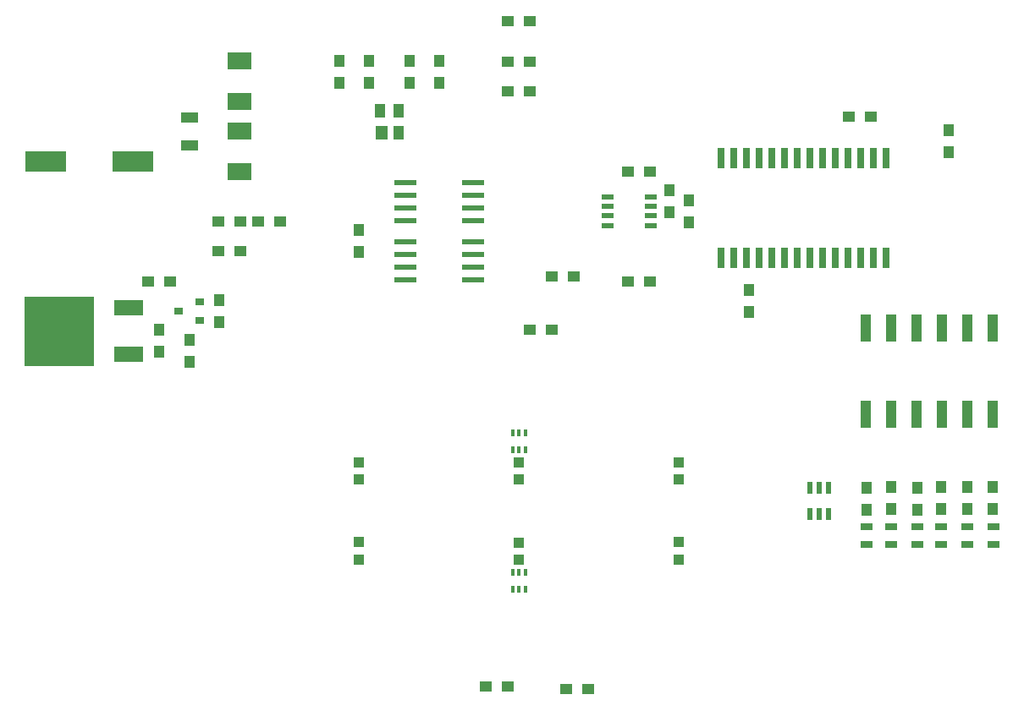
<source format=gtp>
G75*
%MOIN*%
%OFA0B0*%
%FSLAX24Y24*%
%IPPOS*%
%LPD*%
%AMOC8*
5,1,8,0,0,1.08239X$1,22.5*
%
%ADD10R,0.0709X0.0394*%
%ADD11R,0.0394X0.0472*%
%ADD12R,0.0472X0.0394*%
%ADD13R,0.0945X0.0709*%
%ADD14R,0.1614X0.0787*%
%ADD15R,0.0394X0.0567*%
%ADD16R,0.0472X0.0567*%
%ADD17R,0.0354X0.0315*%
%ADD18R,0.0472X0.0197*%
%ADD19R,0.0260X0.0800*%
%ADD20R,0.0440X0.1100*%
%ADD21R,0.0472X0.0315*%
%ADD22R,0.0217X0.0472*%
%ADD23R,0.0157X0.0276*%
%ADD24R,0.0394X0.0433*%
%ADD25R,0.0870X0.0240*%
%ADD26R,0.2756X0.2756*%
%ADD27R,0.1181X0.0630*%
D10*
X009609Y025199D03*
X009609Y026302D03*
D11*
X015514Y027680D03*
X015514Y028546D03*
X016695Y028546D03*
X016695Y027680D03*
X018270Y027680D03*
X018270Y028546D03*
X019451Y028546D03*
X019451Y027680D03*
X016302Y021853D03*
X016302Y020987D03*
X010790Y019097D03*
X010790Y018231D03*
X009609Y017522D03*
X009609Y016656D03*
X008428Y017050D03*
X008428Y017916D03*
X028506Y022562D03*
X029294Y022168D03*
X029294Y023034D03*
X028506Y023428D03*
X031656Y019491D03*
X031656Y018625D03*
X039530Y024924D03*
X039530Y025790D03*
X039215Y011735D03*
X039215Y010869D03*
X038270Y010829D03*
X038270Y011695D03*
X037247Y011735D03*
X037247Y010869D03*
X036302Y010829D03*
X036302Y011695D03*
X040239Y011735D03*
X040239Y010869D03*
X041262Y010869D03*
X041262Y011735D03*
D12*
X027758Y019845D03*
X026892Y019845D03*
X024766Y020022D03*
X023900Y020022D03*
X023870Y017928D03*
X023004Y017928D03*
X026892Y024176D03*
X027758Y024176D03*
X023034Y027325D03*
X022168Y027325D03*
X022168Y028506D03*
X023034Y028506D03*
X023034Y030081D03*
X022168Y030081D03*
X013191Y022207D03*
X012325Y022207D03*
X011617Y022207D03*
X010751Y022207D03*
X010751Y021026D03*
X011617Y021026D03*
X008861Y019845D03*
X007995Y019845D03*
X021276Y003876D03*
X022142Y003876D03*
X024451Y003762D03*
X025317Y003762D03*
X035593Y026341D03*
X036459Y026341D03*
D13*
X011577Y025760D03*
X011577Y026922D03*
X011577Y028516D03*
X011577Y024166D03*
D14*
X007384Y024569D03*
X003959Y024569D03*
D15*
X017109Y026577D03*
X017857Y026577D03*
X017857Y025711D03*
D16*
X017188Y025711D03*
D17*
X010003Y019038D03*
X010003Y018290D03*
X009176Y018664D03*
D18*
X026085Y022040D03*
X026085Y022414D03*
X026085Y022788D03*
X026085Y023162D03*
X027778Y023162D03*
X027778Y022788D03*
X027778Y022414D03*
X027778Y022040D03*
D19*
X030544Y020776D03*
X031044Y020776D03*
X031544Y020776D03*
X032044Y020776D03*
X032544Y020776D03*
X033044Y020776D03*
X033544Y020776D03*
X034044Y020776D03*
X034544Y020776D03*
X035044Y020776D03*
X035544Y020776D03*
X036044Y020776D03*
X036544Y020776D03*
X037044Y020776D03*
X037044Y024682D03*
X036544Y024682D03*
X036044Y024682D03*
X035544Y024682D03*
X035044Y024682D03*
X034544Y024682D03*
X034044Y024682D03*
X033544Y024682D03*
X033044Y024682D03*
X032544Y024682D03*
X032044Y024682D03*
X031544Y024682D03*
X031044Y024682D03*
X030544Y024682D03*
D20*
X036243Y017995D03*
X037243Y017995D03*
X038243Y017995D03*
X039243Y017995D03*
X040243Y017995D03*
X041243Y017995D03*
X041243Y014609D03*
X040243Y014609D03*
X039243Y014609D03*
X038243Y014609D03*
X037243Y014609D03*
X036243Y014609D03*
D21*
X036302Y010160D03*
X037247Y010160D03*
X038270Y010160D03*
X039215Y010160D03*
X040239Y010160D03*
X040239Y009451D03*
X039215Y009451D03*
X038270Y009451D03*
X037247Y009451D03*
X036302Y009451D03*
X041302Y009451D03*
X041302Y010160D03*
D22*
X034786Y010672D03*
X034412Y010672D03*
X034038Y010672D03*
X034038Y011695D03*
X034412Y011695D03*
X034786Y011695D03*
D23*
X022857Y013211D03*
X022601Y013211D03*
X022345Y013211D03*
X022345Y013880D03*
X022601Y013880D03*
X022857Y013880D03*
X022857Y008369D03*
X022601Y008369D03*
X022345Y008369D03*
X022345Y007699D03*
X022601Y007699D03*
X022857Y007699D03*
D24*
X016302Y008880D03*
X016302Y009550D03*
X016302Y012030D03*
X016302Y012699D03*
X022601Y012699D03*
X022601Y012030D03*
X022601Y009530D03*
X022601Y008861D03*
X028900Y008880D03*
X028900Y009550D03*
X028900Y012030D03*
X028900Y012699D03*
D25*
X020771Y019882D03*
X020771Y020382D03*
X020771Y020882D03*
X020771Y021382D03*
X020771Y022245D03*
X020771Y022745D03*
X020771Y023245D03*
X020771Y023745D03*
X018121Y023745D03*
X018121Y023245D03*
X018121Y022745D03*
X018121Y022245D03*
X018121Y021382D03*
X018121Y020882D03*
X018121Y020382D03*
X018121Y019882D03*
D26*
X004491Y017877D03*
D27*
X007207Y018782D03*
X007207Y016971D03*
M02*

</source>
